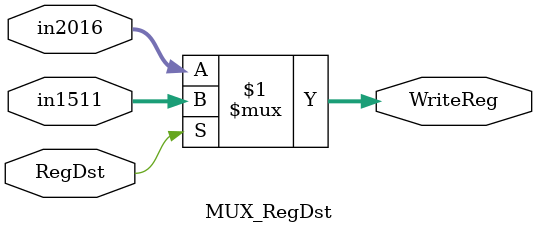
<source format=sv>
module MUX_RegDst(
input logic RegDst,
input logic [4:0] in2016,
input logic [4:0] in1511,
output logic [4:0] WriteReg
);

assign WriteReg = RegDst ? in1511 : in2016;

endmodule 
</source>
